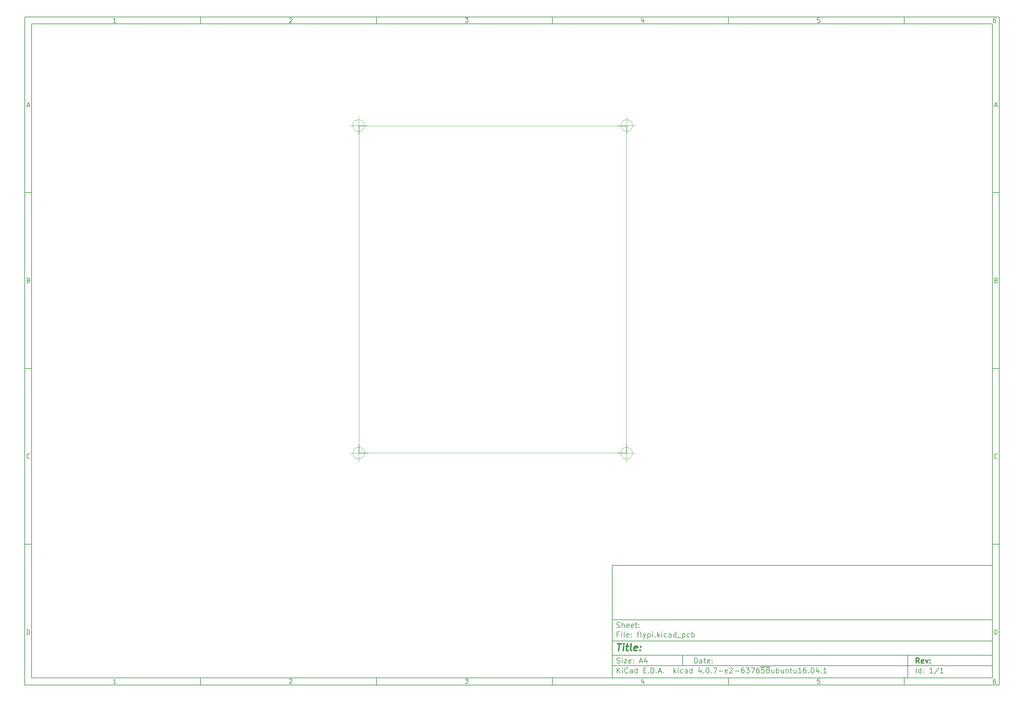
<source format=gbr>
G04 #@! TF.FileFunction,Profile,NP*
%FSLAX46Y46*%
G04 Gerber Fmt 4.6, Leading zero omitted, Abs format (unit mm)*
G04 Created by KiCad (PCBNEW 4.0.7-e2-6376~58~ubuntu16.04.1) date Sat Nov  4 22:27:25 2017*
%MOMM*%
%LPD*%
G01*
G04 APERTURE LIST*
%ADD10C,0.100000*%
%ADD11C,0.150000*%
%ADD12C,0.300000*%
%ADD13C,0.400000*%
G04 APERTURE END LIST*
D10*
D11*
X177002200Y-166007200D02*
X177002200Y-198007200D01*
X285002200Y-198007200D01*
X285002200Y-166007200D01*
X177002200Y-166007200D01*
D10*
D11*
X10000000Y-10000000D02*
X10000000Y-200007200D01*
X287002200Y-200007200D01*
X287002200Y-10000000D01*
X10000000Y-10000000D01*
D10*
D11*
X12000000Y-12000000D02*
X12000000Y-198007200D01*
X285002200Y-198007200D01*
X285002200Y-12000000D01*
X12000000Y-12000000D01*
D10*
D11*
X60000000Y-12000000D02*
X60000000Y-10000000D01*
D10*
D11*
X110000000Y-12000000D02*
X110000000Y-10000000D01*
D10*
D11*
X160000000Y-12000000D02*
X160000000Y-10000000D01*
D10*
D11*
X210000000Y-12000000D02*
X210000000Y-10000000D01*
D10*
D11*
X260000000Y-12000000D02*
X260000000Y-10000000D01*
D10*
D11*
X35990476Y-11588095D02*
X35247619Y-11588095D01*
X35619048Y-11588095D02*
X35619048Y-10288095D01*
X35495238Y-10473810D01*
X35371429Y-10597619D01*
X35247619Y-10659524D01*
D10*
D11*
X85247619Y-10411905D02*
X85309524Y-10350000D01*
X85433333Y-10288095D01*
X85742857Y-10288095D01*
X85866667Y-10350000D01*
X85928571Y-10411905D01*
X85990476Y-10535714D01*
X85990476Y-10659524D01*
X85928571Y-10845238D01*
X85185714Y-11588095D01*
X85990476Y-11588095D01*
D10*
D11*
X135185714Y-10288095D02*
X135990476Y-10288095D01*
X135557143Y-10783333D01*
X135742857Y-10783333D01*
X135866667Y-10845238D01*
X135928571Y-10907143D01*
X135990476Y-11030952D01*
X135990476Y-11340476D01*
X135928571Y-11464286D01*
X135866667Y-11526190D01*
X135742857Y-11588095D01*
X135371429Y-11588095D01*
X135247619Y-11526190D01*
X135185714Y-11464286D01*
D10*
D11*
X185866667Y-10721429D02*
X185866667Y-11588095D01*
X185557143Y-10226190D02*
X185247619Y-11154762D01*
X186052381Y-11154762D01*
D10*
D11*
X235928571Y-10288095D02*
X235309524Y-10288095D01*
X235247619Y-10907143D01*
X235309524Y-10845238D01*
X235433333Y-10783333D01*
X235742857Y-10783333D01*
X235866667Y-10845238D01*
X235928571Y-10907143D01*
X235990476Y-11030952D01*
X235990476Y-11340476D01*
X235928571Y-11464286D01*
X235866667Y-11526190D01*
X235742857Y-11588095D01*
X235433333Y-11588095D01*
X235309524Y-11526190D01*
X235247619Y-11464286D01*
D10*
D11*
X285866667Y-10288095D02*
X285619048Y-10288095D01*
X285495238Y-10350000D01*
X285433333Y-10411905D01*
X285309524Y-10597619D01*
X285247619Y-10845238D01*
X285247619Y-11340476D01*
X285309524Y-11464286D01*
X285371429Y-11526190D01*
X285495238Y-11588095D01*
X285742857Y-11588095D01*
X285866667Y-11526190D01*
X285928571Y-11464286D01*
X285990476Y-11340476D01*
X285990476Y-11030952D01*
X285928571Y-10907143D01*
X285866667Y-10845238D01*
X285742857Y-10783333D01*
X285495238Y-10783333D01*
X285371429Y-10845238D01*
X285309524Y-10907143D01*
X285247619Y-11030952D01*
D10*
D11*
X60000000Y-198007200D02*
X60000000Y-200007200D01*
D10*
D11*
X110000000Y-198007200D02*
X110000000Y-200007200D01*
D10*
D11*
X160000000Y-198007200D02*
X160000000Y-200007200D01*
D10*
D11*
X210000000Y-198007200D02*
X210000000Y-200007200D01*
D10*
D11*
X260000000Y-198007200D02*
X260000000Y-200007200D01*
D10*
D11*
X35990476Y-199595295D02*
X35247619Y-199595295D01*
X35619048Y-199595295D02*
X35619048Y-198295295D01*
X35495238Y-198481010D01*
X35371429Y-198604819D01*
X35247619Y-198666724D01*
D10*
D11*
X85247619Y-198419105D02*
X85309524Y-198357200D01*
X85433333Y-198295295D01*
X85742857Y-198295295D01*
X85866667Y-198357200D01*
X85928571Y-198419105D01*
X85990476Y-198542914D01*
X85990476Y-198666724D01*
X85928571Y-198852438D01*
X85185714Y-199595295D01*
X85990476Y-199595295D01*
D10*
D11*
X135185714Y-198295295D02*
X135990476Y-198295295D01*
X135557143Y-198790533D01*
X135742857Y-198790533D01*
X135866667Y-198852438D01*
X135928571Y-198914343D01*
X135990476Y-199038152D01*
X135990476Y-199347676D01*
X135928571Y-199471486D01*
X135866667Y-199533390D01*
X135742857Y-199595295D01*
X135371429Y-199595295D01*
X135247619Y-199533390D01*
X135185714Y-199471486D01*
D10*
D11*
X185866667Y-198728629D02*
X185866667Y-199595295D01*
X185557143Y-198233390D02*
X185247619Y-199161962D01*
X186052381Y-199161962D01*
D10*
D11*
X235928571Y-198295295D02*
X235309524Y-198295295D01*
X235247619Y-198914343D01*
X235309524Y-198852438D01*
X235433333Y-198790533D01*
X235742857Y-198790533D01*
X235866667Y-198852438D01*
X235928571Y-198914343D01*
X235990476Y-199038152D01*
X235990476Y-199347676D01*
X235928571Y-199471486D01*
X235866667Y-199533390D01*
X235742857Y-199595295D01*
X235433333Y-199595295D01*
X235309524Y-199533390D01*
X235247619Y-199471486D01*
D10*
D11*
X285866667Y-198295295D02*
X285619048Y-198295295D01*
X285495238Y-198357200D01*
X285433333Y-198419105D01*
X285309524Y-198604819D01*
X285247619Y-198852438D01*
X285247619Y-199347676D01*
X285309524Y-199471486D01*
X285371429Y-199533390D01*
X285495238Y-199595295D01*
X285742857Y-199595295D01*
X285866667Y-199533390D01*
X285928571Y-199471486D01*
X285990476Y-199347676D01*
X285990476Y-199038152D01*
X285928571Y-198914343D01*
X285866667Y-198852438D01*
X285742857Y-198790533D01*
X285495238Y-198790533D01*
X285371429Y-198852438D01*
X285309524Y-198914343D01*
X285247619Y-199038152D01*
D10*
D11*
X10000000Y-60000000D02*
X12000000Y-60000000D01*
D10*
D11*
X10000000Y-110000000D02*
X12000000Y-110000000D01*
D10*
D11*
X10000000Y-160000000D02*
X12000000Y-160000000D01*
D10*
D11*
X10690476Y-35216667D02*
X11309524Y-35216667D01*
X10566667Y-35588095D02*
X11000000Y-34288095D01*
X11433333Y-35588095D01*
D10*
D11*
X11092857Y-84907143D02*
X11278571Y-84969048D01*
X11340476Y-85030952D01*
X11402381Y-85154762D01*
X11402381Y-85340476D01*
X11340476Y-85464286D01*
X11278571Y-85526190D01*
X11154762Y-85588095D01*
X10659524Y-85588095D01*
X10659524Y-84288095D01*
X11092857Y-84288095D01*
X11216667Y-84350000D01*
X11278571Y-84411905D01*
X11340476Y-84535714D01*
X11340476Y-84659524D01*
X11278571Y-84783333D01*
X11216667Y-84845238D01*
X11092857Y-84907143D01*
X10659524Y-84907143D01*
D10*
D11*
X11402381Y-135464286D02*
X11340476Y-135526190D01*
X11154762Y-135588095D01*
X11030952Y-135588095D01*
X10845238Y-135526190D01*
X10721429Y-135402381D01*
X10659524Y-135278571D01*
X10597619Y-135030952D01*
X10597619Y-134845238D01*
X10659524Y-134597619D01*
X10721429Y-134473810D01*
X10845238Y-134350000D01*
X11030952Y-134288095D01*
X11154762Y-134288095D01*
X11340476Y-134350000D01*
X11402381Y-134411905D01*
D10*
D11*
X10659524Y-185588095D02*
X10659524Y-184288095D01*
X10969048Y-184288095D01*
X11154762Y-184350000D01*
X11278571Y-184473810D01*
X11340476Y-184597619D01*
X11402381Y-184845238D01*
X11402381Y-185030952D01*
X11340476Y-185278571D01*
X11278571Y-185402381D01*
X11154762Y-185526190D01*
X10969048Y-185588095D01*
X10659524Y-185588095D01*
D10*
D11*
X287002200Y-60000000D02*
X285002200Y-60000000D01*
D10*
D11*
X287002200Y-110000000D02*
X285002200Y-110000000D01*
D10*
D11*
X287002200Y-160000000D02*
X285002200Y-160000000D01*
D10*
D11*
X285692676Y-35216667D02*
X286311724Y-35216667D01*
X285568867Y-35588095D02*
X286002200Y-34288095D01*
X286435533Y-35588095D01*
D10*
D11*
X286095057Y-84907143D02*
X286280771Y-84969048D01*
X286342676Y-85030952D01*
X286404581Y-85154762D01*
X286404581Y-85340476D01*
X286342676Y-85464286D01*
X286280771Y-85526190D01*
X286156962Y-85588095D01*
X285661724Y-85588095D01*
X285661724Y-84288095D01*
X286095057Y-84288095D01*
X286218867Y-84350000D01*
X286280771Y-84411905D01*
X286342676Y-84535714D01*
X286342676Y-84659524D01*
X286280771Y-84783333D01*
X286218867Y-84845238D01*
X286095057Y-84907143D01*
X285661724Y-84907143D01*
D10*
D11*
X286404581Y-135464286D02*
X286342676Y-135526190D01*
X286156962Y-135588095D01*
X286033152Y-135588095D01*
X285847438Y-135526190D01*
X285723629Y-135402381D01*
X285661724Y-135278571D01*
X285599819Y-135030952D01*
X285599819Y-134845238D01*
X285661724Y-134597619D01*
X285723629Y-134473810D01*
X285847438Y-134350000D01*
X286033152Y-134288095D01*
X286156962Y-134288095D01*
X286342676Y-134350000D01*
X286404581Y-134411905D01*
D10*
D11*
X285661724Y-185588095D02*
X285661724Y-184288095D01*
X285971248Y-184288095D01*
X286156962Y-184350000D01*
X286280771Y-184473810D01*
X286342676Y-184597619D01*
X286404581Y-184845238D01*
X286404581Y-185030952D01*
X286342676Y-185278571D01*
X286280771Y-185402381D01*
X286156962Y-185526190D01*
X285971248Y-185588095D01*
X285661724Y-185588095D01*
D10*
D11*
X200359343Y-193785771D02*
X200359343Y-192285771D01*
X200716486Y-192285771D01*
X200930771Y-192357200D01*
X201073629Y-192500057D01*
X201145057Y-192642914D01*
X201216486Y-192928629D01*
X201216486Y-193142914D01*
X201145057Y-193428629D01*
X201073629Y-193571486D01*
X200930771Y-193714343D01*
X200716486Y-193785771D01*
X200359343Y-193785771D01*
X202502200Y-193785771D02*
X202502200Y-193000057D01*
X202430771Y-192857200D01*
X202287914Y-192785771D01*
X202002200Y-192785771D01*
X201859343Y-192857200D01*
X202502200Y-193714343D02*
X202359343Y-193785771D01*
X202002200Y-193785771D01*
X201859343Y-193714343D01*
X201787914Y-193571486D01*
X201787914Y-193428629D01*
X201859343Y-193285771D01*
X202002200Y-193214343D01*
X202359343Y-193214343D01*
X202502200Y-193142914D01*
X203002200Y-192785771D02*
X203573629Y-192785771D01*
X203216486Y-192285771D02*
X203216486Y-193571486D01*
X203287914Y-193714343D01*
X203430772Y-193785771D01*
X203573629Y-193785771D01*
X204645057Y-193714343D02*
X204502200Y-193785771D01*
X204216486Y-193785771D01*
X204073629Y-193714343D01*
X204002200Y-193571486D01*
X204002200Y-193000057D01*
X204073629Y-192857200D01*
X204216486Y-192785771D01*
X204502200Y-192785771D01*
X204645057Y-192857200D01*
X204716486Y-193000057D01*
X204716486Y-193142914D01*
X204002200Y-193285771D01*
X205359343Y-193642914D02*
X205430771Y-193714343D01*
X205359343Y-193785771D01*
X205287914Y-193714343D01*
X205359343Y-193642914D01*
X205359343Y-193785771D01*
X205359343Y-192857200D02*
X205430771Y-192928629D01*
X205359343Y-193000057D01*
X205287914Y-192928629D01*
X205359343Y-192857200D01*
X205359343Y-193000057D01*
D10*
D11*
X177002200Y-194507200D02*
X285002200Y-194507200D01*
D10*
D11*
X178359343Y-196585771D02*
X178359343Y-195085771D01*
X179216486Y-196585771D02*
X178573629Y-195728629D01*
X179216486Y-195085771D02*
X178359343Y-195942914D01*
X179859343Y-196585771D02*
X179859343Y-195585771D01*
X179859343Y-195085771D02*
X179787914Y-195157200D01*
X179859343Y-195228629D01*
X179930771Y-195157200D01*
X179859343Y-195085771D01*
X179859343Y-195228629D01*
X181430772Y-196442914D02*
X181359343Y-196514343D01*
X181145057Y-196585771D01*
X181002200Y-196585771D01*
X180787915Y-196514343D01*
X180645057Y-196371486D01*
X180573629Y-196228629D01*
X180502200Y-195942914D01*
X180502200Y-195728629D01*
X180573629Y-195442914D01*
X180645057Y-195300057D01*
X180787915Y-195157200D01*
X181002200Y-195085771D01*
X181145057Y-195085771D01*
X181359343Y-195157200D01*
X181430772Y-195228629D01*
X182716486Y-196585771D02*
X182716486Y-195800057D01*
X182645057Y-195657200D01*
X182502200Y-195585771D01*
X182216486Y-195585771D01*
X182073629Y-195657200D01*
X182716486Y-196514343D02*
X182573629Y-196585771D01*
X182216486Y-196585771D01*
X182073629Y-196514343D01*
X182002200Y-196371486D01*
X182002200Y-196228629D01*
X182073629Y-196085771D01*
X182216486Y-196014343D01*
X182573629Y-196014343D01*
X182716486Y-195942914D01*
X184073629Y-196585771D02*
X184073629Y-195085771D01*
X184073629Y-196514343D02*
X183930772Y-196585771D01*
X183645058Y-196585771D01*
X183502200Y-196514343D01*
X183430772Y-196442914D01*
X183359343Y-196300057D01*
X183359343Y-195871486D01*
X183430772Y-195728629D01*
X183502200Y-195657200D01*
X183645058Y-195585771D01*
X183930772Y-195585771D01*
X184073629Y-195657200D01*
X185930772Y-195800057D02*
X186430772Y-195800057D01*
X186645058Y-196585771D02*
X185930772Y-196585771D01*
X185930772Y-195085771D01*
X186645058Y-195085771D01*
X187287915Y-196442914D02*
X187359343Y-196514343D01*
X187287915Y-196585771D01*
X187216486Y-196514343D01*
X187287915Y-196442914D01*
X187287915Y-196585771D01*
X188002201Y-196585771D02*
X188002201Y-195085771D01*
X188359344Y-195085771D01*
X188573629Y-195157200D01*
X188716487Y-195300057D01*
X188787915Y-195442914D01*
X188859344Y-195728629D01*
X188859344Y-195942914D01*
X188787915Y-196228629D01*
X188716487Y-196371486D01*
X188573629Y-196514343D01*
X188359344Y-196585771D01*
X188002201Y-196585771D01*
X189502201Y-196442914D02*
X189573629Y-196514343D01*
X189502201Y-196585771D01*
X189430772Y-196514343D01*
X189502201Y-196442914D01*
X189502201Y-196585771D01*
X190145058Y-196157200D02*
X190859344Y-196157200D01*
X190002201Y-196585771D02*
X190502201Y-195085771D01*
X191002201Y-196585771D01*
X191502201Y-196442914D02*
X191573629Y-196514343D01*
X191502201Y-196585771D01*
X191430772Y-196514343D01*
X191502201Y-196442914D01*
X191502201Y-196585771D01*
X194502201Y-196585771D02*
X194502201Y-195085771D01*
X194645058Y-196014343D02*
X195073629Y-196585771D01*
X195073629Y-195585771D02*
X194502201Y-196157200D01*
X195716487Y-196585771D02*
X195716487Y-195585771D01*
X195716487Y-195085771D02*
X195645058Y-195157200D01*
X195716487Y-195228629D01*
X195787915Y-195157200D01*
X195716487Y-195085771D01*
X195716487Y-195228629D01*
X197073630Y-196514343D02*
X196930773Y-196585771D01*
X196645059Y-196585771D01*
X196502201Y-196514343D01*
X196430773Y-196442914D01*
X196359344Y-196300057D01*
X196359344Y-195871486D01*
X196430773Y-195728629D01*
X196502201Y-195657200D01*
X196645059Y-195585771D01*
X196930773Y-195585771D01*
X197073630Y-195657200D01*
X198359344Y-196585771D02*
X198359344Y-195800057D01*
X198287915Y-195657200D01*
X198145058Y-195585771D01*
X197859344Y-195585771D01*
X197716487Y-195657200D01*
X198359344Y-196514343D02*
X198216487Y-196585771D01*
X197859344Y-196585771D01*
X197716487Y-196514343D01*
X197645058Y-196371486D01*
X197645058Y-196228629D01*
X197716487Y-196085771D01*
X197859344Y-196014343D01*
X198216487Y-196014343D01*
X198359344Y-195942914D01*
X199716487Y-196585771D02*
X199716487Y-195085771D01*
X199716487Y-196514343D02*
X199573630Y-196585771D01*
X199287916Y-196585771D01*
X199145058Y-196514343D01*
X199073630Y-196442914D01*
X199002201Y-196300057D01*
X199002201Y-195871486D01*
X199073630Y-195728629D01*
X199145058Y-195657200D01*
X199287916Y-195585771D01*
X199573630Y-195585771D01*
X199716487Y-195657200D01*
X202216487Y-195585771D02*
X202216487Y-196585771D01*
X201859344Y-195014343D02*
X201502201Y-196085771D01*
X202430773Y-196085771D01*
X203002201Y-196442914D02*
X203073629Y-196514343D01*
X203002201Y-196585771D01*
X202930772Y-196514343D01*
X203002201Y-196442914D01*
X203002201Y-196585771D01*
X204002201Y-195085771D02*
X204145058Y-195085771D01*
X204287915Y-195157200D01*
X204359344Y-195228629D01*
X204430773Y-195371486D01*
X204502201Y-195657200D01*
X204502201Y-196014343D01*
X204430773Y-196300057D01*
X204359344Y-196442914D01*
X204287915Y-196514343D01*
X204145058Y-196585771D01*
X204002201Y-196585771D01*
X203859344Y-196514343D01*
X203787915Y-196442914D01*
X203716487Y-196300057D01*
X203645058Y-196014343D01*
X203645058Y-195657200D01*
X203716487Y-195371486D01*
X203787915Y-195228629D01*
X203859344Y-195157200D01*
X204002201Y-195085771D01*
X205145058Y-196442914D02*
X205216486Y-196514343D01*
X205145058Y-196585771D01*
X205073629Y-196514343D01*
X205145058Y-196442914D01*
X205145058Y-196585771D01*
X205716487Y-195085771D02*
X206716487Y-195085771D01*
X206073630Y-196585771D01*
X207287915Y-196014343D02*
X208430772Y-196014343D01*
X209716486Y-196514343D02*
X209573629Y-196585771D01*
X209287915Y-196585771D01*
X209145058Y-196514343D01*
X209073629Y-196371486D01*
X209073629Y-195800057D01*
X209145058Y-195657200D01*
X209287915Y-195585771D01*
X209573629Y-195585771D01*
X209716486Y-195657200D01*
X209787915Y-195800057D01*
X209787915Y-195942914D01*
X209073629Y-196085771D01*
X210359343Y-195228629D02*
X210430772Y-195157200D01*
X210573629Y-195085771D01*
X210930772Y-195085771D01*
X211073629Y-195157200D01*
X211145058Y-195228629D01*
X211216486Y-195371486D01*
X211216486Y-195514343D01*
X211145058Y-195728629D01*
X210287915Y-196585771D01*
X211216486Y-196585771D01*
X211859343Y-196014343D02*
X213002200Y-196014343D01*
X214359343Y-195085771D02*
X214073629Y-195085771D01*
X213930772Y-195157200D01*
X213859343Y-195228629D01*
X213716486Y-195442914D01*
X213645057Y-195728629D01*
X213645057Y-196300057D01*
X213716486Y-196442914D01*
X213787914Y-196514343D01*
X213930772Y-196585771D01*
X214216486Y-196585771D01*
X214359343Y-196514343D01*
X214430772Y-196442914D01*
X214502200Y-196300057D01*
X214502200Y-195942914D01*
X214430772Y-195800057D01*
X214359343Y-195728629D01*
X214216486Y-195657200D01*
X213930772Y-195657200D01*
X213787914Y-195728629D01*
X213716486Y-195800057D01*
X213645057Y-195942914D01*
X215002200Y-195085771D02*
X215930771Y-195085771D01*
X215430771Y-195657200D01*
X215645057Y-195657200D01*
X215787914Y-195728629D01*
X215859343Y-195800057D01*
X215930771Y-195942914D01*
X215930771Y-196300057D01*
X215859343Y-196442914D01*
X215787914Y-196514343D01*
X215645057Y-196585771D01*
X215216485Y-196585771D01*
X215073628Y-196514343D01*
X215002200Y-196442914D01*
X216430771Y-195085771D02*
X217430771Y-195085771D01*
X216787914Y-196585771D01*
X218645056Y-195085771D02*
X218359342Y-195085771D01*
X218216485Y-195157200D01*
X218145056Y-195228629D01*
X218002199Y-195442914D01*
X217930770Y-195728629D01*
X217930770Y-196300057D01*
X218002199Y-196442914D01*
X218073627Y-196514343D01*
X218216485Y-196585771D01*
X218502199Y-196585771D01*
X218645056Y-196514343D01*
X218716485Y-196442914D01*
X218787913Y-196300057D01*
X218787913Y-195942914D01*
X218716485Y-195800057D01*
X218645056Y-195728629D01*
X218502199Y-195657200D01*
X218216485Y-195657200D01*
X218073627Y-195728629D01*
X218002199Y-195800057D01*
X217930770Y-195942914D01*
X220145056Y-195085771D02*
X219430770Y-195085771D01*
X219359341Y-195800057D01*
X219430770Y-195728629D01*
X219573627Y-195657200D01*
X219930770Y-195657200D01*
X220073627Y-195728629D01*
X220145056Y-195800057D01*
X220216484Y-195942914D01*
X220216484Y-196300057D01*
X220145056Y-196442914D01*
X220073627Y-196514343D01*
X219930770Y-196585771D01*
X219573627Y-196585771D01*
X219430770Y-196514343D01*
X219359341Y-196442914D01*
X221073627Y-195728629D02*
X220930769Y-195657200D01*
X220859341Y-195585771D01*
X220787912Y-195442914D01*
X220787912Y-195371486D01*
X220859341Y-195228629D01*
X220930769Y-195157200D01*
X221073627Y-195085771D01*
X221359341Y-195085771D01*
X221502198Y-195157200D01*
X221573627Y-195228629D01*
X221645055Y-195371486D01*
X221645055Y-195442914D01*
X221573627Y-195585771D01*
X221502198Y-195657200D01*
X221359341Y-195728629D01*
X221073627Y-195728629D01*
X220930769Y-195800057D01*
X220859341Y-195871486D01*
X220787912Y-196014343D01*
X220787912Y-196300057D01*
X220859341Y-196442914D01*
X220930769Y-196514343D01*
X221073627Y-196585771D01*
X221359341Y-196585771D01*
X221502198Y-196514343D01*
X221573627Y-196442914D01*
X221645055Y-196300057D01*
X221645055Y-196014343D01*
X221573627Y-195871486D01*
X221502198Y-195800057D01*
X221359341Y-195728629D01*
X219073627Y-194827200D02*
X221930769Y-194827200D01*
X222930769Y-195585771D02*
X222930769Y-196585771D01*
X222287912Y-195585771D02*
X222287912Y-196371486D01*
X222359340Y-196514343D01*
X222502198Y-196585771D01*
X222716483Y-196585771D01*
X222859340Y-196514343D01*
X222930769Y-196442914D01*
X223645055Y-196585771D02*
X223645055Y-195085771D01*
X223645055Y-195657200D02*
X223787912Y-195585771D01*
X224073626Y-195585771D01*
X224216483Y-195657200D01*
X224287912Y-195728629D01*
X224359341Y-195871486D01*
X224359341Y-196300057D01*
X224287912Y-196442914D01*
X224216483Y-196514343D01*
X224073626Y-196585771D01*
X223787912Y-196585771D01*
X223645055Y-196514343D01*
X225645055Y-195585771D02*
X225645055Y-196585771D01*
X225002198Y-195585771D02*
X225002198Y-196371486D01*
X225073626Y-196514343D01*
X225216484Y-196585771D01*
X225430769Y-196585771D01*
X225573626Y-196514343D01*
X225645055Y-196442914D01*
X226359341Y-195585771D02*
X226359341Y-196585771D01*
X226359341Y-195728629D02*
X226430769Y-195657200D01*
X226573627Y-195585771D01*
X226787912Y-195585771D01*
X226930769Y-195657200D01*
X227002198Y-195800057D01*
X227002198Y-196585771D01*
X227502198Y-195585771D02*
X228073627Y-195585771D01*
X227716484Y-195085771D02*
X227716484Y-196371486D01*
X227787912Y-196514343D01*
X227930770Y-196585771D01*
X228073627Y-196585771D01*
X229216484Y-195585771D02*
X229216484Y-196585771D01*
X228573627Y-195585771D02*
X228573627Y-196371486D01*
X228645055Y-196514343D01*
X228787913Y-196585771D01*
X229002198Y-196585771D01*
X229145055Y-196514343D01*
X229216484Y-196442914D01*
X230716484Y-196585771D02*
X229859341Y-196585771D01*
X230287913Y-196585771D02*
X230287913Y-195085771D01*
X230145056Y-195300057D01*
X230002198Y-195442914D01*
X229859341Y-195514343D01*
X232002198Y-195085771D02*
X231716484Y-195085771D01*
X231573627Y-195157200D01*
X231502198Y-195228629D01*
X231359341Y-195442914D01*
X231287912Y-195728629D01*
X231287912Y-196300057D01*
X231359341Y-196442914D01*
X231430769Y-196514343D01*
X231573627Y-196585771D01*
X231859341Y-196585771D01*
X232002198Y-196514343D01*
X232073627Y-196442914D01*
X232145055Y-196300057D01*
X232145055Y-195942914D01*
X232073627Y-195800057D01*
X232002198Y-195728629D01*
X231859341Y-195657200D01*
X231573627Y-195657200D01*
X231430769Y-195728629D01*
X231359341Y-195800057D01*
X231287912Y-195942914D01*
X232787912Y-196442914D02*
X232859340Y-196514343D01*
X232787912Y-196585771D01*
X232716483Y-196514343D01*
X232787912Y-196442914D01*
X232787912Y-196585771D01*
X233787912Y-195085771D02*
X233930769Y-195085771D01*
X234073626Y-195157200D01*
X234145055Y-195228629D01*
X234216484Y-195371486D01*
X234287912Y-195657200D01*
X234287912Y-196014343D01*
X234216484Y-196300057D01*
X234145055Y-196442914D01*
X234073626Y-196514343D01*
X233930769Y-196585771D01*
X233787912Y-196585771D01*
X233645055Y-196514343D01*
X233573626Y-196442914D01*
X233502198Y-196300057D01*
X233430769Y-196014343D01*
X233430769Y-195657200D01*
X233502198Y-195371486D01*
X233573626Y-195228629D01*
X233645055Y-195157200D01*
X233787912Y-195085771D01*
X235573626Y-195585771D02*
X235573626Y-196585771D01*
X235216483Y-195014343D02*
X234859340Y-196085771D01*
X235787912Y-196085771D01*
X236359340Y-196442914D02*
X236430768Y-196514343D01*
X236359340Y-196585771D01*
X236287911Y-196514343D01*
X236359340Y-196442914D01*
X236359340Y-196585771D01*
X237859340Y-196585771D02*
X237002197Y-196585771D01*
X237430769Y-196585771D02*
X237430769Y-195085771D01*
X237287912Y-195300057D01*
X237145054Y-195442914D01*
X237002197Y-195514343D01*
D10*
D11*
X177002200Y-191507200D02*
X285002200Y-191507200D01*
D10*
D12*
X264216486Y-193785771D02*
X263716486Y-193071486D01*
X263359343Y-193785771D02*
X263359343Y-192285771D01*
X263930771Y-192285771D01*
X264073629Y-192357200D01*
X264145057Y-192428629D01*
X264216486Y-192571486D01*
X264216486Y-192785771D01*
X264145057Y-192928629D01*
X264073629Y-193000057D01*
X263930771Y-193071486D01*
X263359343Y-193071486D01*
X265430771Y-193714343D02*
X265287914Y-193785771D01*
X265002200Y-193785771D01*
X264859343Y-193714343D01*
X264787914Y-193571486D01*
X264787914Y-193000057D01*
X264859343Y-192857200D01*
X265002200Y-192785771D01*
X265287914Y-192785771D01*
X265430771Y-192857200D01*
X265502200Y-193000057D01*
X265502200Y-193142914D01*
X264787914Y-193285771D01*
X266002200Y-192785771D02*
X266359343Y-193785771D01*
X266716485Y-192785771D01*
X267287914Y-193642914D02*
X267359342Y-193714343D01*
X267287914Y-193785771D01*
X267216485Y-193714343D01*
X267287914Y-193642914D01*
X267287914Y-193785771D01*
X267287914Y-192857200D02*
X267359342Y-192928629D01*
X267287914Y-193000057D01*
X267216485Y-192928629D01*
X267287914Y-192857200D01*
X267287914Y-193000057D01*
D10*
D11*
X178287914Y-193714343D02*
X178502200Y-193785771D01*
X178859343Y-193785771D01*
X179002200Y-193714343D01*
X179073629Y-193642914D01*
X179145057Y-193500057D01*
X179145057Y-193357200D01*
X179073629Y-193214343D01*
X179002200Y-193142914D01*
X178859343Y-193071486D01*
X178573629Y-193000057D01*
X178430771Y-192928629D01*
X178359343Y-192857200D01*
X178287914Y-192714343D01*
X178287914Y-192571486D01*
X178359343Y-192428629D01*
X178430771Y-192357200D01*
X178573629Y-192285771D01*
X178930771Y-192285771D01*
X179145057Y-192357200D01*
X179787914Y-193785771D02*
X179787914Y-192785771D01*
X179787914Y-192285771D02*
X179716485Y-192357200D01*
X179787914Y-192428629D01*
X179859342Y-192357200D01*
X179787914Y-192285771D01*
X179787914Y-192428629D01*
X180359343Y-192785771D02*
X181145057Y-192785771D01*
X180359343Y-193785771D01*
X181145057Y-193785771D01*
X182287914Y-193714343D02*
X182145057Y-193785771D01*
X181859343Y-193785771D01*
X181716486Y-193714343D01*
X181645057Y-193571486D01*
X181645057Y-193000057D01*
X181716486Y-192857200D01*
X181859343Y-192785771D01*
X182145057Y-192785771D01*
X182287914Y-192857200D01*
X182359343Y-193000057D01*
X182359343Y-193142914D01*
X181645057Y-193285771D01*
X183002200Y-193642914D02*
X183073628Y-193714343D01*
X183002200Y-193785771D01*
X182930771Y-193714343D01*
X183002200Y-193642914D01*
X183002200Y-193785771D01*
X183002200Y-192857200D02*
X183073628Y-192928629D01*
X183002200Y-193000057D01*
X182930771Y-192928629D01*
X183002200Y-192857200D01*
X183002200Y-193000057D01*
X184787914Y-193357200D02*
X185502200Y-193357200D01*
X184645057Y-193785771D02*
X185145057Y-192285771D01*
X185645057Y-193785771D01*
X186787914Y-192785771D02*
X186787914Y-193785771D01*
X186430771Y-192214343D02*
X186073628Y-193285771D01*
X187002200Y-193285771D01*
D10*
D11*
X263359343Y-196585771D02*
X263359343Y-195085771D01*
X264716486Y-196585771D02*
X264716486Y-195085771D01*
X264716486Y-196514343D02*
X264573629Y-196585771D01*
X264287915Y-196585771D01*
X264145057Y-196514343D01*
X264073629Y-196442914D01*
X264002200Y-196300057D01*
X264002200Y-195871486D01*
X264073629Y-195728629D01*
X264145057Y-195657200D01*
X264287915Y-195585771D01*
X264573629Y-195585771D01*
X264716486Y-195657200D01*
X265430772Y-196442914D02*
X265502200Y-196514343D01*
X265430772Y-196585771D01*
X265359343Y-196514343D01*
X265430772Y-196442914D01*
X265430772Y-196585771D01*
X265430772Y-195657200D02*
X265502200Y-195728629D01*
X265430772Y-195800057D01*
X265359343Y-195728629D01*
X265430772Y-195657200D01*
X265430772Y-195800057D01*
X268073629Y-196585771D02*
X267216486Y-196585771D01*
X267645058Y-196585771D02*
X267645058Y-195085771D01*
X267502201Y-195300057D01*
X267359343Y-195442914D01*
X267216486Y-195514343D01*
X269787914Y-195014343D02*
X268502200Y-196942914D01*
X271073629Y-196585771D02*
X270216486Y-196585771D01*
X270645058Y-196585771D02*
X270645058Y-195085771D01*
X270502201Y-195300057D01*
X270359343Y-195442914D01*
X270216486Y-195514343D01*
D10*
D11*
X177002200Y-187507200D02*
X285002200Y-187507200D01*
D10*
D13*
X178454581Y-188211962D02*
X179597438Y-188211962D01*
X178776010Y-190211962D02*
X179026010Y-188211962D01*
X180014105Y-190211962D02*
X180180771Y-188878629D01*
X180264105Y-188211962D02*
X180156962Y-188307200D01*
X180240295Y-188402438D01*
X180347439Y-188307200D01*
X180264105Y-188211962D01*
X180240295Y-188402438D01*
X180847438Y-188878629D02*
X181609343Y-188878629D01*
X181216486Y-188211962D02*
X181002200Y-189926248D01*
X181073630Y-190116724D01*
X181252201Y-190211962D01*
X181442677Y-190211962D01*
X182395058Y-190211962D02*
X182216487Y-190116724D01*
X182145057Y-189926248D01*
X182359343Y-188211962D01*
X183930772Y-190116724D02*
X183728391Y-190211962D01*
X183347439Y-190211962D01*
X183168867Y-190116724D01*
X183097438Y-189926248D01*
X183192676Y-189164343D01*
X183311724Y-188973867D01*
X183514105Y-188878629D01*
X183895057Y-188878629D01*
X184073629Y-188973867D01*
X184145057Y-189164343D01*
X184121248Y-189354819D01*
X183145057Y-189545295D01*
X184895057Y-190021486D02*
X184978392Y-190116724D01*
X184871248Y-190211962D01*
X184787915Y-190116724D01*
X184895057Y-190021486D01*
X184871248Y-190211962D01*
X185026010Y-188973867D02*
X185109344Y-189069105D01*
X185002200Y-189164343D01*
X184918867Y-189069105D01*
X185026010Y-188973867D01*
X185002200Y-189164343D01*
D10*
D11*
X178859343Y-185600057D02*
X178359343Y-185600057D01*
X178359343Y-186385771D02*
X178359343Y-184885771D01*
X179073629Y-184885771D01*
X179645057Y-186385771D02*
X179645057Y-185385771D01*
X179645057Y-184885771D02*
X179573628Y-184957200D01*
X179645057Y-185028629D01*
X179716485Y-184957200D01*
X179645057Y-184885771D01*
X179645057Y-185028629D01*
X180573629Y-186385771D02*
X180430771Y-186314343D01*
X180359343Y-186171486D01*
X180359343Y-184885771D01*
X181716485Y-186314343D02*
X181573628Y-186385771D01*
X181287914Y-186385771D01*
X181145057Y-186314343D01*
X181073628Y-186171486D01*
X181073628Y-185600057D01*
X181145057Y-185457200D01*
X181287914Y-185385771D01*
X181573628Y-185385771D01*
X181716485Y-185457200D01*
X181787914Y-185600057D01*
X181787914Y-185742914D01*
X181073628Y-185885771D01*
X182430771Y-186242914D02*
X182502199Y-186314343D01*
X182430771Y-186385771D01*
X182359342Y-186314343D01*
X182430771Y-186242914D01*
X182430771Y-186385771D01*
X182430771Y-185457200D02*
X182502199Y-185528629D01*
X182430771Y-185600057D01*
X182359342Y-185528629D01*
X182430771Y-185457200D01*
X182430771Y-185600057D01*
X184073628Y-185385771D02*
X184645057Y-185385771D01*
X184287914Y-186385771D02*
X184287914Y-185100057D01*
X184359342Y-184957200D01*
X184502200Y-184885771D01*
X184645057Y-184885771D01*
X185359343Y-186385771D02*
X185216485Y-186314343D01*
X185145057Y-186171486D01*
X185145057Y-184885771D01*
X185787914Y-185385771D02*
X186145057Y-186385771D01*
X186502199Y-185385771D02*
X186145057Y-186385771D01*
X186002199Y-186742914D01*
X185930771Y-186814343D01*
X185787914Y-186885771D01*
X187073628Y-185385771D02*
X187073628Y-186885771D01*
X187073628Y-185457200D02*
X187216485Y-185385771D01*
X187502199Y-185385771D01*
X187645056Y-185457200D01*
X187716485Y-185528629D01*
X187787914Y-185671486D01*
X187787914Y-186100057D01*
X187716485Y-186242914D01*
X187645056Y-186314343D01*
X187502199Y-186385771D01*
X187216485Y-186385771D01*
X187073628Y-186314343D01*
X188430771Y-186385771D02*
X188430771Y-185385771D01*
X188430771Y-184885771D02*
X188359342Y-184957200D01*
X188430771Y-185028629D01*
X188502199Y-184957200D01*
X188430771Y-184885771D01*
X188430771Y-185028629D01*
X189145057Y-186242914D02*
X189216485Y-186314343D01*
X189145057Y-186385771D01*
X189073628Y-186314343D01*
X189145057Y-186242914D01*
X189145057Y-186385771D01*
X189859343Y-186385771D02*
X189859343Y-184885771D01*
X190002200Y-185814343D02*
X190430771Y-186385771D01*
X190430771Y-185385771D02*
X189859343Y-185957200D01*
X191073629Y-186385771D02*
X191073629Y-185385771D01*
X191073629Y-184885771D02*
X191002200Y-184957200D01*
X191073629Y-185028629D01*
X191145057Y-184957200D01*
X191073629Y-184885771D01*
X191073629Y-185028629D01*
X192430772Y-186314343D02*
X192287915Y-186385771D01*
X192002201Y-186385771D01*
X191859343Y-186314343D01*
X191787915Y-186242914D01*
X191716486Y-186100057D01*
X191716486Y-185671486D01*
X191787915Y-185528629D01*
X191859343Y-185457200D01*
X192002201Y-185385771D01*
X192287915Y-185385771D01*
X192430772Y-185457200D01*
X193716486Y-186385771D02*
X193716486Y-185600057D01*
X193645057Y-185457200D01*
X193502200Y-185385771D01*
X193216486Y-185385771D01*
X193073629Y-185457200D01*
X193716486Y-186314343D02*
X193573629Y-186385771D01*
X193216486Y-186385771D01*
X193073629Y-186314343D01*
X193002200Y-186171486D01*
X193002200Y-186028629D01*
X193073629Y-185885771D01*
X193216486Y-185814343D01*
X193573629Y-185814343D01*
X193716486Y-185742914D01*
X195073629Y-186385771D02*
X195073629Y-184885771D01*
X195073629Y-186314343D02*
X194930772Y-186385771D01*
X194645058Y-186385771D01*
X194502200Y-186314343D01*
X194430772Y-186242914D01*
X194359343Y-186100057D01*
X194359343Y-185671486D01*
X194430772Y-185528629D01*
X194502200Y-185457200D01*
X194645058Y-185385771D01*
X194930772Y-185385771D01*
X195073629Y-185457200D01*
X195430772Y-186528629D02*
X196573629Y-186528629D01*
X196930772Y-185385771D02*
X196930772Y-186885771D01*
X196930772Y-185457200D02*
X197073629Y-185385771D01*
X197359343Y-185385771D01*
X197502200Y-185457200D01*
X197573629Y-185528629D01*
X197645058Y-185671486D01*
X197645058Y-186100057D01*
X197573629Y-186242914D01*
X197502200Y-186314343D01*
X197359343Y-186385771D01*
X197073629Y-186385771D01*
X196930772Y-186314343D01*
X198930772Y-186314343D02*
X198787915Y-186385771D01*
X198502201Y-186385771D01*
X198359343Y-186314343D01*
X198287915Y-186242914D01*
X198216486Y-186100057D01*
X198216486Y-185671486D01*
X198287915Y-185528629D01*
X198359343Y-185457200D01*
X198502201Y-185385771D01*
X198787915Y-185385771D01*
X198930772Y-185457200D01*
X199573629Y-186385771D02*
X199573629Y-184885771D01*
X199573629Y-185457200D02*
X199716486Y-185385771D01*
X200002200Y-185385771D01*
X200145057Y-185457200D01*
X200216486Y-185528629D01*
X200287915Y-185671486D01*
X200287915Y-186100057D01*
X200216486Y-186242914D01*
X200145057Y-186314343D01*
X200002200Y-186385771D01*
X199716486Y-186385771D01*
X199573629Y-186314343D01*
D10*
D11*
X177002200Y-181507200D02*
X285002200Y-181507200D01*
D10*
D11*
X178287914Y-183614343D02*
X178502200Y-183685771D01*
X178859343Y-183685771D01*
X179002200Y-183614343D01*
X179073629Y-183542914D01*
X179145057Y-183400057D01*
X179145057Y-183257200D01*
X179073629Y-183114343D01*
X179002200Y-183042914D01*
X178859343Y-182971486D01*
X178573629Y-182900057D01*
X178430771Y-182828629D01*
X178359343Y-182757200D01*
X178287914Y-182614343D01*
X178287914Y-182471486D01*
X178359343Y-182328629D01*
X178430771Y-182257200D01*
X178573629Y-182185771D01*
X178930771Y-182185771D01*
X179145057Y-182257200D01*
X179787914Y-183685771D02*
X179787914Y-182185771D01*
X180430771Y-183685771D02*
X180430771Y-182900057D01*
X180359342Y-182757200D01*
X180216485Y-182685771D01*
X180002200Y-182685771D01*
X179859342Y-182757200D01*
X179787914Y-182828629D01*
X181716485Y-183614343D02*
X181573628Y-183685771D01*
X181287914Y-183685771D01*
X181145057Y-183614343D01*
X181073628Y-183471486D01*
X181073628Y-182900057D01*
X181145057Y-182757200D01*
X181287914Y-182685771D01*
X181573628Y-182685771D01*
X181716485Y-182757200D01*
X181787914Y-182900057D01*
X181787914Y-183042914D01*
X181073628Y-183185771D01*
X183002199Y-183614343D02*
X182859342Y-183685771D01*
X182573628Y-183685771D01*
X182430771Y-183614343D01*
X182359342Y-183471486D01*
X182359342Y-182900057D01*
X182430771Y-182757200D01*
X182573628Y-182685771D01*
X182859342Y-182685771D01*
X183002199Y-182757200D01*
X183073628Y-182900057D01*
X183073628Y-183042914D01*
X182359342Y-183185771D01*
X183502199Y-182685771D02*
X184073628Y-182685771D01*
X183716485Y-182185771D02*
X183716485Y-183471486D01*
X183787913Y-183614343D01*
X183930771Y-183685771D01*
X184073628Y-183685771D01*
X184573628Y-183542914D02*
X184645056Y-183614343D01*
X184573628Y-183685771D01*
X184502199Y-183614343D01*
X184573628Y-183542914D01*
X184573628Y-183685771D01*
X184573628Y-182757200D02*
X184645056Y-182828629D01*
X184573628Y-182900057D01*
X184502199Y-182828629D01*
X184573628Y-182757200D01*
X184573628Y-182900057D01*
D10*
D11*
X197002200Y-191507200D02*
X197002200Y-194507200D01*
D10*
D11*
X261002200Y-191507200D02*
X261002200Y-198007200D01*
D10*
X106616666Y-134050000D02*
G75*
G03X106616666Y-134050000I-1666666J0D01*
G01*
X102450000Y-134050000D02*
X107450000Y-134050000D01*
X104950000Y-131550000D02*
X104950000Y-136550000D01*
X182716666Y-134050000D02*
G75*
G03X182716666Y-134050000I-1666666J0D01*
G01*
X178550000Y-134050000D02*
X183550000Y-134050000D01*
X181050000Y-131550000D02*
X181050000Y-136550000D01*
X182766666Y-40900000D02*
G75*
G03X182766666Y-40900000I-1666666J0D01*
G01*
X178600000Y-40900000D02*
X183600000Y-40900000D01*
X181100000Y-38400000D02*
X181100000Y-43400000D01*
X106566666Y-40900000D02*
G75*
G03X106566666Y-40900000I-1666666J0D01*
G01*
X102400000Y-40900000D02*
X107400000Y-40900000D01*
X104900000Y-38400000D02*
X104900000Y-43400000D01*
X181000000Y-134000000D02*
X105000000Y-134000000D01*
X181000000Y-41000000D02*
X181000000Y-134000000D01*
X105000000Y-41000000D02*
X181000000Y-41000000D01*
X105000000Y-134000000D02*
X105000000Y-41000000D01*
M02*

</source>
